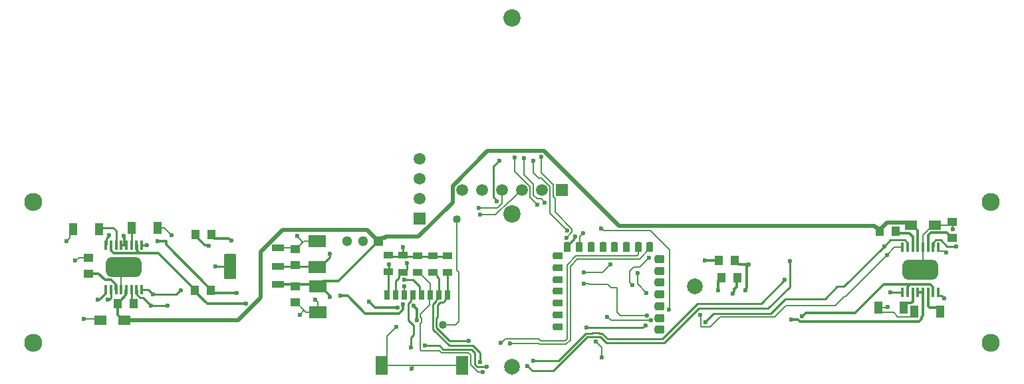
<source format=gbl>
G04*
G04 #@! TF.GenerationSoftware,Altium Limited,Altium Designer,21.3.2 (30)*
G04*
G04 Layer_Physical_Order=4*
G04 Layer_Color=16711680*
%FSLAX43Y43*%
%MOMM*%
G71*
G04*
G04 #@! TF.SameCoordinates,66AE08A6-6C82-4575-8D08-AF68D2AC6B58*
G04*
G04*
G04 #@! TF.FilePolarity,Positive*
G04*
G01*
G75*
%ADD15C,0.254*%
%ADD17C,0.203*%
%ADD24R,1.067X1.524*%
%ADD29R,1.270X1.016*%
%ADD31R,1.270X0.889*%
%ADD33R,1.016X1.270*%
%ADD70C,0.305*%
%ADD71C,0.508*%
%ADD72C,2.000*%
%ADD73C,1.300*%
%ADD74R,1.300X1.300*%
%ADD75C,2.200*%
%ADD76C,2.300*%
%ADD77C,2.300*%
%ADD78C,0.700*%
%ADD79C,1.500*%
%ADD80R,1.500X1.500*%
%ADD81R,1.500X1.500*%
%ADD82C,0.600*%
%ADD83C,1.016*%
G04:AMPARAMS|DCode=84|XSize=0.9mm|YSize=1.27mm|CornerRadius=0.225mm|HoleSize=0mm|Usage=FLASHONLY|Rotation=0.000|XOffset=0mm|YOffset=0mm|HoleType=Round|Shape=RoundedRectangle|*
%AMROUNDEDRECTD84*
21,1,0.900,0.820,0,0,0.0*
21,1,0.450,1.270,0,0,0.0*
1,1,0.450,0.225,-0.410*
1,1,0.450,-0.225,-0.410*
1,1,0.450,-0.225,0.410*
1,1,0.450,0.225,0.410*
%
%ADD84ROUNDEDRECTD84*%
G04:AMPARAMS|DCode=85|XSize=1mm|YSize=1.27mm|CornerRadius=0.25mm|HoleSize=0mm|Usage=FLASHONLY|Rotation=90.000|XOffset=0mm|YOffset=0mm|HoleType=Round|Shape=RoundedRectangle|*
%AMROUNDEDRECTD85*
21,1,1.000,0.770,0,0,90.0*
21,1,0.500,1.270,0,0,90.0*
1,1,0.500,0.385,0.250*
1,1,0.500,0.385,-0.250*
1,1,0.500,-0.385,-0.250*
1,1,0.500,-0.385,0.250*
%
%ADD85ROUNDEDRECTD85*%
G04:AMPARAMS|DCode=86|XSize=0.9mm|YSize=1.27mm|CornerRadius=0.225mm|HoleSize=0mm|Usage=FLASHONLY|Rotation=270.000|XOffset=0mm|YOffset=0mm|HoleType=Round|Shape=RoundedRectangle|*
%AMROUNDEDRECTD86*
21,1,0.900,0.820,0,0,270.0*
21,1,0.450,1.270,0,0,270.0*
1,1,0.450,-0.410,-0.225*
1,1,0.450,-0.410,0.225*
1,1,0.450,0.410,0.225*
1,1,0.450,0.410,-0.225*
%
%ADD86ROUNDEDRECTD86*%
%ADD87R,1.500X2.400*%
%ADD88R,0.800X1.300*%
G04:AMPARAMS|DCode=89|XSize=0.9mm|YSize=1.45mm|CornerRadius=0.05mm|HoleSize=0mm|Usage=FLASHONLY|Rotation=90.000|XOffset=0mm|YOffset=0mm|HoleType=Round|Shape=RoundedRectangle|*
%AMROUNDEDRECTD89*
21,1,0.900,1.351,0,0,90.0*
21,1,0.801,1.450,0,0,90.0*
1,1,0.099,0.676,0.401*
1,1,0.099,0.676,-0.401*
1,1,0.099,-0.676,-0.401*
1,1,0.099,-0.676,0.401*
%
%ADD89ROUNDEDRECTD89*%
G04:AMPARAMS|DCode=90|XSize=3.15mm|YSize=1.45mm|CornerRadius=0.051mm|HoleSize=0mm|Usage=FLASHONLY|Rotation=90.000|XOffset=0mm|YOffset=0mm|HoleType=Round|Shape=RoundedRectangle|*
%AMROUNDEDRECTD90*
21,1,3.150,1.349,0,0,90.0*
21,1,3.049,1.450,0,0,90.0*
1,1,0.102,0.674,1.524*
1,1,0.102,0.674,-1.524*
1,1,0.102,-0.674,-1.524*
1,1,0.102,-0.674,1.524*
%
%ADD90ROUNDEDRECTD90*%
G04:AMPARAMS|DCode=91|XSize=2.5mm|YSize=4.5mm|CornerRadius=0.625mm|HoleSize=0mm|Usage=FLASHONLY|Rotation=90.000|XOffset=0mm|YOffset=0mm|HoleType=Round|Shape=RoundedRectangle|*
%AMROUNDEDRECTD91*
21,1,2.500,3.250,0,0,90.0*
21,1,1.250,4.500,0,0,90.0*
1,1,1.250,1.625,0.625*
1,1,1.250,1.625,-0.625*
1,1,1.250,-1.625,-0.625*
1,1,1.250,-1.625,0.625*
%
%ADD91ROUNDEDRECTD91*%
G04:AMPARAMS|DCode=92|XSize=0.4mm|YSize=1.2mm|CornerRadius=0.05mm|HoleSize=0mm|Usage=FLASHONLY|Rotation=0.000|XOffset=0mm|YOffset=0mm|HoleType=Round|Shape=RoundedRectangle|*
%AMROUNDEDRECTD92*
21,1,0.400,1.100,0,0,0.0*
21,1,0.300,1.200,0,0,0.0*
1,1,0.100,0.150,-0.550*
1,1,0.100,-0.150,-0.550*
1,1,0.100,-0.150,0.550*
1,1,0.100,0.150,0.550*
%
%ADD92ROUNDEDRECTD92*%
%ADD93R,2.286X1.626*%
%ADD94R,1.575X1.219*%
D15*
X56070Y76022D02*
X56798Y76750D01*
X56800D01*
X56070Y72124D02*
Y76022D01*
Y72124D02*
X56500Y71694D01*
Y71600D02*
Y71694D01*
X106650Y60000D02*
X108150D01*
X113173Y59527D02*
X113475Y59225D01*
X112700Y59600D02*
X112773Y59527D01*
X113173D01*
X112700Y59600D02*
Y60000D01*
X44750Y61573D02*
X45827D01*
X46664Y60736D01*
X47355Y53163D02*
X49198D01*
X49648Y52713D01*
X45550Y54217D02*
X45879Y54547D01*
Y55771D01*
X45550Y52900D02*
Y54217D01*
X45220Y56430D02*
X45879Y55771D01*
X28675Y63300D02*
X33498D01*
X35250Y64418D02*
Y64850D01*
X33980Y63148D02*
X35250Y64418D01*
X33650Y63148D02*
X33980D01*
X20697Y63300D02*
X22525D01*
X15687Y59750D02*
X16187Y60250D01*
X12756Y59750D02*
X15687D01*
X16187Y60250D02*
X16280D01*
X13500Y58300D02*
X14550D01*
X13450Y58250D02*
X13500Y58300D01*
X42778Y64566D02*
X46456D01*
X83100Y56271D02*
X84107Y57278D01*
X83100Y56200D02*
Y56271D01*
X84107Y57278D02*
X91378D01*
X93250Y59150D01*
X93800Y60650D02*
Y63950D01*
X91050Y57900D02*
X93800Y60650D01*
X82200Y57900D02*
X91050D01*
X77800Y53500D02*
X82200Y57900D01*
X90150Y58550D02*
X93150Y61550D01*
X82051Y58550D02*
X90150D01*
X77551Y54050D02*
X82051Y58550D01*
X93250Y59150D02*
X98300D01*
X99850Y60700D01*
X100669D01*
X105810Y65840D01*
X108727Y65773D02*
Y66356D01*
X106596Y66627D02*
X108456D01*
X108727Y65773D02*
X108800Y65700D01*
X108456Y66627D02*
X108727Y66356D01*
X105810Y65840D02*
X106596Y66627D01*
X113833Y65800D02*
X114960D01*
X113006Y66627D02*
X113833Y65800D01*
X112394Y66627D02*
X113006D01*
X112050Y65700D02*
X112123Y65773D01*
Y66356D01*
X112394Y66627D01*
X67900Y55450D02*
X75056D01*
X75356Y55750D02*
X75450D01*
X75056Y55450D02*
X75356Y55750D01*
X68638Y54750D02*
X68660Y54772D01*
X69560D02*
X69582Y54750D01*
X68660Y54772D02*
X69560D01*
X69582Y54750D02*
X69900D01*
X68828Y54293D02*
X68849Y54315D01*
X69371D02*
X69393Y54293D01*
X63696Y49950D02*
X68039Y54293D01*
X69393D02*
X69657D01*
X67850Y54750D02*
X68638D01*
X69657Y54293D02*
X70450Y53500D01*
X68039Y54293D02*
X68828D01*
X64350Y51250D02*
X67850Y54750D01*
X69900D02*
X70600Y54050D01*
X68849Y54315D02*
X69371D01*
X61154Y51250D02*
X64350D01*
X61050Y49950D02*
X63696D01*
X70450Y53500D02*
X77800D01*
X70600Y54050D02*
X77551D01*
X60412Y50588D02*
X61050Y49950D01*
X61112Y51208D02*
X61154Y51250D01*
X66434Y67034D02*
X66500Y67100D01*
X66434Y66819D02*
Y67034D01*
X65500Y65885D02*
X66434Y66819D01*
X50437Y53170D02*
X53430D01*
X48801Y56665D02*
X48950Y56814D01*
X48344Y55264D02*
X50437Y53170D01*
X48801Y55453D02*
Y56665D01*
Y55453D02*
X50453Y53800D01*
X52900D01*
X48344Y56854D02*
X48350Y56860D01*
X48344Y55264D02*
Y56854D01*
X48350Y56860D02*
Y58451D01*
X48950Y56814D02*
Y58363D01*
X49260Y58673D01*
X49672D01*
X49864Y58865D02*
Y59027D01*
X49672Y58673D02*
X49864Y58865D01*
Y59027D02*
X50237Y59400D01*
Y59650D01*
X49137Y59400D02*
Y61733D01*
X48764Y58865D02*
Y59027D01*
X49137Y59400D01*
X48350Y58451D02*
X48764Y58865D01*
X44576Y64616D02*
Y65726D01*
X46664Y59923D02*
Y60736D01*
Y59923D02*
X46937Y59650D01*
X45049Y63700D02*
X45081Y63668D01*
X44576Y62584D02*
X44827D01*
X44449D02*
X44576D01*
X44827D02*
X45081Y62838D01*
Y63668D01*
X45049Y63700D02*
X45081Y63732D01*
X48335Y64566D02*
X50215D01*
X46456D02*
X48335D01*
X42696Y64648D02*
X42778Y64566D01*
X50215Y59671D02*
Y62534D01*
Y59671D02*
X50237Y59650D01*
X48335Y62534D02*
X48462D01*
X48843Y62153D01*
Y62026D02*
Y62153D01*
Y62026D02*
X49137Y61733D01*
X43637Y59650D02*
Y61437D01*
X44068Y61868D01*
Y62203D02*
X44449Y62584D01*
X44068Y61868D02*
Y62203D01*
X42696Y59802D02*
Y62616D01*
X42530Y59636D02*
X42696Y59802D01*
X42750Y62670D02*
Y63500D01*
X42696Y62616D02*
X42750Y62670D01*
X45564Y59377D02*
X45837Y59650D01*
X45564Y58864D02*
Y59377D01*
X45220Y58520D02*
X45564Y58864D01*
X45220Y56430D02*
Y58520D01*
X49648Y52713D02*
X53241D01*
X54049Y50450D02*
X55200D01*
X53718Y50781D02*
X54049Y50450D01*
X53718Y50781D02*
Y52236D01*
X53241Y52713D02*
X53718Y52236D01*
X53430Y53170D02*
X54348Y52252D01*
Y51080D02*
Y52252D01*
X33498Y63300D02*
X33650Y63148D01*
X12450Y58250D02*
X13450D01*
X12695Y59689D02*
X12756Y59750D01*
X11275Y60300D02*
X12084D01*
X12695Y59689D01*
X5766Y59116D02*
X5941D01*
X6725Y59900D02*
Y60300D01*
X5941Y59116D02*
X6725Y59900D01*
X5700Y59050D02*
X5766Y59116D01*
X11430Y59270D02*
X12450Y58250D01*
X11067Y59270D02*
X11430D01*
X10698Y59639D02*
X11067Y59270D01*
X10698Y59639D02*
Y60227D01*
X10625Y60300D02*
X10698Y60227D01*
X7000Y59000D02*
X7100D01*
X7375Y59275D01*
Y60300D01*
X9975Y58757D02*
Y60300D01*
Y58757D02*
X10232Y58500D01*
X6798Y66073D02*
Y66804D01*
X6725Y66000D02*
X6798Y66073D01*
Y66804D02*
X7150Y67156D01*
Y67250D01*
X11275Y66000D02*
X11950D01*
X9975Y68023D02*
X10152Y68200D01*
X9975Y66000D02*
Y68023D01*
X5948Y68200D02*
X7650D01*
X5748Y68000D02*
X5948Y68200D01*
X8025Y66000D02*
Y67825D01*
X7650Y68200D02*
X8025Y67825D01*
X65500Y65700D02*
Y65885D01*
D17*
X54200Y70751D02*
X56551D01*
X57150Y71350D01*
Y73000D01*
X54401Y69850D02*
X56363D01*
X58077Y71564D01*
X45800Y50650D02*
X52110D01*
X41850D02*
X45800D01*
X45651Y50301D02*
X45800Y50450D01*
X45651Y50221D02*
Y50301D01*
X45800Y50450D02*
Y50650D01*
X69800Y68070D02*
X69897D01*
X70126Y67841D02*
X76040D01*
X69897Y68070D02*
X70126Y67841D01*
X76040D02*
X78514Y65367D01*
X114550Y68022D02*
Y68882D01*
X114450Y68982D02*
X114550Y68882D01*
X106250Y58050D02*
X106300Y58100D01*
X105150Y58050D02*
X106250D01*
X67553Y62520D02*
X67573Y62500D01*
X69950D01*
X67553Y61100D02*
X67602Y61052D01*
X68260Y60950D02*
X70651D01*
X67602Y61052D02*
X68158D01*
X68260Y60950D01*
X69950Y62500D02*
X70950Y63500D01*
X44737Y59650D02*
Y60752D01*
X33350Y59050D02*
X33700Y58700D01*
Y57450D02*
Y58700D01*
X46750Y56805D02*
Y57200D01*
Y56805D02*
X46905Y56651D01*
X31713Y66237D02*
X31927Y66450D01*
X30927Y65450D02*
X31713Y66237D01*
X31097Y67072D02*
Y67193D01*
Y67072D02*
X31713Y66455D01*
Y66237D02*
Y66455D01*
X31972Y57673D02*
X32195Y57450D01*
X30977Y58668D02*
X31972Y57673D01*
X31395Y57096D02*
X31396D01*
X31972Y57673D01*
X3950Y56550D02*
X5900D01*
X6000Y56450D01*
X1700Y66450D02*
X2167Y66917D01*
Y67467D02*
X2700Y68000D01*
X2167Y66917D02*
Y67467D01*
X2905Y64000D02*
X3305Y64400D01*
X4500D01*
X2850Y64000D02*
X2905D01*
X14150Y68200D02*
X15100Y67250D01*
X13200Y68200D02*
X14150D01*
X32195Y57450D02*
X33700D01*
X30850Y58668D02*
X30977D01*
X42498Y54348D02*
X43700Y55550D01*
X42498Y51298D02*
Y54348D01*
X41850Y50650D02*
X42498Y51298D01*
X30650Y65600D02*
X30800Y65450D01*
X28675Y65600D02*
X30650D01*
X31927Y66450D02*
X33650D01*
X30800Y65450D02*
X30927D01*
X51450Y62759D02*
Y69300D01*
Y62759D02*
X51650Y62559D01*
Y56237D02*
Y62559D01*
X83700Y55550D02*
X84950Y56800D01*
X82588Y55550D02*
X83700D01*
X82469Y55669D02*
Y57061D01*
Y55669D02*
X82588Y55550D01*
X84950Y56800D02*
X91850D01*
X82400Y57130D02*
X82469Y57061D01*
X93350Y58300D02*
X95600D01*
X95650Y58250D01*
X91850Y56800D02*
X93350Y58300D01*
X105150Y57720D02*
X105480Y57390D01*
X107585Y56800D02*
X109100D01*
X105150Y57720D02*
Y58050D01*
X105480Y57390D02*
X106995D01*
X107585Y56800D01*
X109267Y56840D02*
X109800Y57373D01*
X109140Y56840D02*
X109267D01*
X109800Y57373D02*
Y57500D01*
X109100Y56800D02*
X109140Y56840D01*
X113891Y68550D02*
X114323Y68982D01*
X114450D01*
X112250Y68550D02*
X113891D01*
X95650Y58250D02*
X99550D01*
X100800Y59500D01*
X100950D01*
X106200Y64750D01*
X110425Y63619D02*
X110750Y63944D01*
Y65700D01*
X110425Y63485D02*
Y63619D01*
X107150Y65700D02*
X108150D01*
X106200Y64750D02*
X107150Y65700D01*
X113648Y65252D02*
X113812Y65088D01*
X113762D02*
X113812D01*
X112798Y65252D02*
X113648D01*
X112700Y65350D02*
X112798Y65252D01*
X112700Y65350D02*
Y65700D01*
X112650Y65650D02*
X112700Y65700D01*
X110750Y67228D02*
X112072Y68550D01*
X110750Y65700D02*
Y67228D01*
X112072Y68550D02*
X112250D01*
X58214Y71564D02*
X59650Y73000D01*
X59690D01*
X58077Y71564D02*
X58214D01*
X70651Y60950D02*
X71051Y60550D01*
X71850D01*
X78514Y57755D02*
Y65367D01*
X75533Y57043D02*
X75576Y57000D01*
X71850Y57400D02*
Y60550D01*
Y57400D02*
X72207Y57043D01*
X75533D01*
X75576Y57000D02*
X75618Y57043D01*
X71020Y56400D02*
X76100D01*
X70570Y56850D02*
X71020Y56400D01*
X78454Y57757D02*
X78460Y57751D01*
X78510D01*
X78514Y57755D01*
X67000Y65700D02*
X67105Y65805D01*
Y67047D02*
X67529Y67471D01*
X67105Y65805D02*
Y67047D01*
X67529Y67471D02*
Y67479D01*
X69898Y51666D02*
X69901Y51663D01*
X69110Y53684D02*
X69128D01*
X69898Y51666D02*
Y52914D01*
X69128Y53684D02*
X69898Y52914D01*
X61145Y75205D02*
Y76702D01*
Y75205D02*
X61800Y74550D01*
X62150Y75200D02*
Y77216D01*
Y75200D02*
X63700Y73650D01*
X62172Y74550D02*
X63285Y73437D01*
X63700Y72139D02*
X63950Y71889D01*
X63700Y72139D02*
Y73650D01*
X63950Y70200D02*
Y71889D01*
X63285Y71761D02*
Y73437D01*
X61800Y74550D02*
X62172D01*
X63250Y70050D02*
Y71726D01*
X63285Y71761D01*
X63950Y70200D02*
X66100Y68050D01*
X63250Y70050D02*
X65445Y67855D01*
Y67850D02*
Y67855D01*
X66100Y67650D02*
Y68050D01*
X65350Y66900D02*
X66100Y67650D01*
X60000Y74950D02*
Y77100D01*
Y74950D02*
X61175Y73775D01*
X60745Y72083D02*
Y73437D01*
X60127Y74055D02*
X60745Y73437D01*
X61175Y72349D02*
X61648Y71876D01*
X61175Y72349D02*
Y73775D01*
X58800Y75382D02*
X60127Y74055D01*
X60745Y72083D02*
X61664Y71164D01*
X60127Y74055D02*
X60127D01*
X62124Y71876D02*
X62610Y71390D01*
X61648Y71876D02*
X62124D01*
X58800Y75382D02*
Y77150D01*
X51224Y55811D02*
X51650Y56237D01*
X49650Y55811D02*
X51224D01*
X49639Y55800D02*
X49650Y55811D01*
X47918Y59532D02*
X48037Y59650D01*
X46750Y57200D02*
X47918Y58368D01*
Y59532D01*
X48037Y59650D02*
Y61080D01*
X46583Y62534D02*
X48037Y61080D01*
X46456Y62534D02*
X46583D01*
X46750Y52677D02*
Y55995D01*
X46905Y56149D01*
X46750Y52677D02*
X46869Y52558D01*
X46905Y56149D02*
Y56651D01*
X46869Y52558D02*
X49192D01*
X49500Y52250D02*
X52887D01*
X49192Y52558D02*
X49500Y52250D01*
X52887D02*
X53162Y51975D01*
Y50727D02*
Y51975D01*
Y50727D02*
X54102Y49786D01*
X54747D01*
X61821Y54057D02*
X62054Y53824D01*
X57607Y54057D02*
X61821D01*
X57051Y53501D02*
X57607Y54057D01*
X62054Y53824D02*
X65226D01*
X58206Y53452D02*
X61851D01*
X61942Y53362D01*
X57007Y53501D02*
X57051D01*
X74346Y64606D02*
X74500Y64760D01*
X66582Y64606D02*
X74346D01*
X65444Y63468D02*
X66582Y64606D01*
X65226Y53824D02*
X65444Y54041D01*
X74500Y64760D02*
Y65700D01*
X65444Y54041D02*
Y63468D01*
X61942Y53362D02*
X65338D01*
X65850Y53873D01*
X76000Y65515D02*
Y65700D01*
X74685Y64200D02*
X76000Y65515D01*
X66750Y64200D02*
X74685D01*
X65850Y63300D02*
X66750Y64200D01*
X65850Y53873D02*
Y63300D01*
X73450Y62700D02*
X73950Y63200D01*
X74700D01*
X73450Y61211D02*
Y62700D01*
X74700Y63200D02*
X75850Y64350D01*
X73750Y60893D02*
Y60911D01*
X73450Y61211D02*
X73750Y60911D01*
X74400Y61052D02*
Y62450D01*
Y61052D02*
X75564Y59889D01*
X8675Y62825D02*
X9000Y63150D01*
X8675Y60300D02*
Y62825D01*
D24*
X5850Y68000D02*
D03*
X2598D02*
D03*
X108300Y58050D02*
D03*
X105048D02*
D03*
X10050Y68200D02*
D03*
X13302D02*
D03*
X112950Y57500D02*
D03*
X109698D02*
D03*
D29*
X114450Y66950D02*
D03*
Y68982D02*
D03*
X30800Y63418D02*
D03*
Y65450D02*
D03*
X30850Y60700D02*
D03*
Y58668D02*
D03*
X4500Y64400D02*
D03*
Y62368D02*
D03*
D31*
X44576Y64679D02*
D03*
Y62521D02*
D03*
X42696Y64712D02*
D03*
Y62553D02*
D03*
X50215Y64630D02*
D03*
Y62471D02*
D03*
X48335Y64630D02*
D03*
Y62471D02*
D03*
X46456Y64630D02*
D03*
Y62471D02*
D03*
D33*
X84768Y64050D02*
D03*
X86800D02*
D03*
X87100Y61800D02*
D03*
X85068D02*
D03*
X20100Y60200D02*
D03*
X18068D02*
D03*
X18150Y67300D02*
D03*
X20182D02*
D03*
X107250Y67800D02*
D03*
X105218D02*
D03*
X8200Y58500D02*
D03*
X10232D02*
D03*
D70*
X36362Y61412D02*
X41450Y66500D01*
X34360Y61412D02*
X36362D01*
X30850Y60700D02*
Y61000D01*
X33700Y60752D02*
X33783Y60835D01*
X34360Y61412D01*
X30850Y61000D02*
X33617D01*
X20400Y59900D02*
X23400D01*
X20100Y60200D02*
X20400Y59900D01*
X18068Y60073D02*
Y60200D01*
Y60073D02*
X19641Y58500D01*
X24543D01*
X46294Y56407D02*
X46300Y56401D01*
X46293Y56407D02*
X46294D01*
X45896Y58224D02*
X46293Y57827D01*
Y56407D02*
Y57827D01*
X45896Y58224D02*
Y58304D01*
X44556Y58428D02*
X44590Y58462D01*
X44556Y57778D02*
Y58428D01*
X44027Y57250D02*
X44556Y57778D01*
X39750Y57250D02*
X44027D01*
X37488Y59512D02*
X39750Y57250D01*
X36612Y59512D02*
X37488D01*
X22620Y66563D02*
X22700D01*
X22366Y66817D02*
X22620Y66563D01*
X20538Y66817D02*
X22366D01*
X14400Y66027D02*
X20100Y60327D01*
Y60200D02*
Y60327D01*
X14400Y66027D02*
Y66500D01*
X13395Y65000D02*
X18068Y60327D01*
X11006Y65000D02*
X13395D01*
X18068Y60200D02*
Y60327D01*
X20182Y67173D02*
X20538Y66817D01*
X20182Y67173D02*
Y67300D01*
X18150Y67173D02*
X19359Y65964D01*
X19801D02*
X19857Y65907D01*
X18150Y67173D02*
Y67300D01*
X19359Y65964D02*
X19801D01*
X87050Y61750D02*
X87100Y61800D01*
X86750Y60358D02*
X87050Y60658D01*
Y61750D01*
X86550Y59880D02*
X86750Y60080D01*
Y60358D01*
X86550Y59800D02*
Y59880D01*
X88350Y60530D02*
Y63270D01*
X88150Y60330D02*
X88350Y60530D01*
Y63270D02*
X88550Y63470D01*
Y63550D01*
X88150Y60250D02*
Y60330D01*
X94815Y56519D02*
X95078Y56256D01*
X94031Y56519D02*
X94815D01*
X95078Y56256D02*
X110248D01*
X110584Y56592D01*
X95869Y57350D02*
X102150D01*
X95430Y56911D02*
X95869Y57350D01*
X95350Y56911D02*
X95430D01*
X84712Y61444D02*
X85068Y61800D01*
X84712Y60212D02*
Y61444D01*
X84700Y60200D02*
X84712Y60212D01*
X83018Y64050D02*
X84768D01*
X87300Y63550D02*
X88550D01*
X87283Y63567D02*
X87300Y63550D01*
X86800Y63923D02*
Y64050D01*
Y63923D02*
X87156Y63567D01*
X87283D01*
X107250Y67800D02*
X107550Y67500D01*
X107582D01*
X109450Y65700D02*
Y67050D01*
X109000Y67500D02*
X109450Y67050D01*
X107582Y67500D02*
X109000D01*
X28675Y61000D02*
X30850D01*
X102150Y57350D02*
X105752Y60952D01*
X109133D01*
X110584Y56592D02*
Y56834D01*
X110750Y57000D01*
Y60000D01*
X112848Y57500D02*
X112898D01*
X111400Y58188D02*
Y60000D01*
Y58188D02*
X111579Y58010D01*
X112619D01*
X112898Y57730D01*
Y57500D02*
Y57730D01*
X109271Y58614D02*
X109450Y58793D01*
X108665Y58614D02*
X109271D01*
X108349Y58299D02*
X108665Y58614D01*
X109450Y58793D02*
Y60000D01*
X108198Y58050D02*
X108349Y58201D01*
Y58299D01*
X108800Y60000D02*
X108848Y60048D01*
Y60667D01*
X109133Y60952D01*
X111717D01*
X112002Y60667D01*
Y60048D02*
Y60667D01*
Y60048D02*
X112050Y60000D01*
X110100D02*
X110750D01*
X111400Y65700D02*
Y67232D01*
X111756Y67588D01*
X113967Y67306D02*
X114323Y66950D01*
X113183Y67588D02*
X113195Y67600D01*
X113789D02*
X113967Y67421D01*
X114323Y66950D02*
X114450D01*
X111756Y67588D02*
X113183D01*
X113967Y67306D02*
Y67421D01*
X113195Y67600D02*
X113789D01*
X109202Y68550D02*
X109380D01*
X110100Y65700D02*
Y67830D01*
X109380Y68550D02*
X110100Y67830D01*
X40257Y58776D02*
X40983Y58050D01*
X43900D01*
X33783Y60835D02*
X33865Y60752D01*
X33617Y61000D02*
X33783Y60835D01*
X33865Y60752D02*
X34030D01*
X35194Y59589D01*
Y59456D02*
Y59589D01*
Y59456D02*
X35250Y59400D01*
X8200Y57120D02*
X8870Y56450D01*
X8200Y57120D02*
Y58500D01*
X5779Y62368D02*
X6600Y61548D01*
X4500Y62368D02*
X5779D01*
X7977Y60348D02*
X8025Y60300D01*
X7977Y60348D02*
Y60967D01*
X7396Y61548D02*
X7977Y60967D01*
X6600Y61548D02*
X7396D01*
X9277Y59633D02*
Y60252D01*
X8627Y58983D02*
X9277Y59633D01*
X8556Y58983D02*
X8627D01*
X8200Y58627D02*
X8556Y58983D01*
X8200Y58500D02*
Y58627D01*
X9277Y60252D02*
X9325Y60300D01*
X8675Y66000D02*
X9050D01*
Y67100D01*
X13350Y66500D02*
X14400D01*
X9000Y67150D02*
X9050Y67100D01*
X7756Y65000D02*
X11006D01*
X10673Y65333D02*
Y65952D01*
Y65333D02*
X11006Y65000D01*
X10625Y66000D02*
X10673Y65952D01*
X7423Y65333D02*
X7756Y65000D01*
X7375Y66000D02*
X7423Y65952D01*
Y65333D02*
Y65952D01*
D71*
X72100Y68400D02*
X104618D01*
X105218Y67800D02*
Y67927D01*
X104837Y68181D02*
X104964D01*
X62527Y77973D02*
X72100Y68400D01*
X104964Y68181D02*
X105218Y67927D01*
X104618Y68400D02*
X104837Y68181D01*
X55336Y77973D02*
X62527D01*
X41450Y66500D02*
X41846Y66896D01*
X42236D01*
X42390Y67050D01*
X8870Y56450D02*
X23564D01*
X39999Y67951D02*
X41450Y66500D01*
X29238Y67951D02*
X39999D01*
X26401Y65114D02*
X29238Y67951D01*
X26401Y59287D02*
Y65114D01*
X23564Y56450D02*
X26401Y59287D01*
X42390Y67050D02*
X46477D01*
X50863Y71436D01*
Y73500D01*
X55336Y77973D01*
X108863Y68889D02*
X109202Y68550D01*
X106180Y68889D02*
X108863D01*
X105218Y67927D02*
X106180Y68889D01*
X105218Y67800D02*
Y67927D01*
D72*
X81750Y60750D02*
D03*
X58400Y50450D02*
D03*
D73*
X37450Y66500D02*
D03*
X39450D02*
D03*
D74*
X41450D02*
D03*
D75*
X58450Y94950D02*
D03*
Y69950D02*
D03*
D76*
X119400Y71500D02*
D03*
Y53500D02*
D03*
D77*
X-2500D02*
D03*
Y71500D02*
D03*
D78*
X109028Y63485D02*
D03*
Y62215D02*
D03*
X110425Y63485D02*
D03*
Y62215D02*
D03*
X111949Y63485D02*
D03*
Y62342D02*
D03*
X10397Y62515D02*
D03*
Y63785D02*
D03*
X9000Y62515D02*
D03*
Y63785D02*
D03*
X7476Y62515D02*
D03*
Y63658D02*
D03*
D79*
X46650Y76990D02*
D03*
Y74450D02*
D03*
Y71910D02*
D03*
X62230Y73000D02*
D03*
X59690D02*
D03*
X57150D02*
D03*
X54610D02*
D03*
X52070D02*
D03*
D80*
X46650Y69370D02*
D03*
D81*
X64770Y73000D02*
D03*
D82*
X56800Y76750D02*
D03*
X56500Y71600D02*
D03*
X54401Y69850D02*
D03*
X45651Y50221D02*
D03*
X106650Y60000D02*
D03*
X113475Y59225D02*
D03*
X114550Y68022D02*
D03*
X106300Y58100D02*
D03*
X67553Y62520D02*
D03*
Y61100D02*
D03*
X44737Y60752D02*
D03*
X44750Y61573D02*
D03*
X33350Y59050D02*
D03*
X47355Y53163D02*
D03*
X45550Y52900D02*
D03*
X23400Y59900D02*
D03*
X24543Y58500D02*
D03*
X31097Y67193D02*
D03*
X35250Y64850D02*
D03*
X31395Y57096D02*
D03*
X20697Y63300D02*
D03*
X3950Y56550D02*
D03*
X1700Y66450D02*
D03*
X2850Y64000D02*
D03*
X15100Y67250D02*
D03*
X46300Y56401D02*
D03*
X45896Y58304D02*
D03*
X44590Y58462D02*
D03*
X36612Y59512D02*
D03*
X22700Y66563D02*
D03*
X16280Y60250D02*
D03*
X14550Y58300D02*
D03*
X19857Y65907D02*
D03*
X43700Y55550D02*
D03*
X83100Y56200D02*
D03*
X82400Y57130D02*
D03*
X93800Y63950D02*
D03*
X93150Y61550D02*
D03*
X86550Y59800D02*
D03*
X88150Y60250D02*
D03*
X94031Y56519D02*
D03*
X95350Y56911D02*
D03*
X84700Y60200D02*
D03*
X83018Y64050D02*
D03*
X88550Y63550D02*
D03*
X105810Y65840D02*
D03*
X114960Y65800D02*
D03*
X106200Y64750D02*
D03*
X113762Y65088D02*
D03*
X54200Y70751D02*
D03*
X75618Y57043D02*
D03*
X76100Y56400D02*
D03*
X75450Y55750D02*
D03*
X78454Y57757D02*
D03*
X67529Y67479D02*
D03*
X69800Y68070D02*
D03*
X70950Y63500D02*
D03*
X70570Y56850D02*
D03*
X67900Y55450D02*
D03*
X69901Y51663D02*
D03*
X69110Y53684D02*
D03*
X60412Y50588D02*
D03*
X61112Y51208D02*
D03*
X61145Y76702D02*
D03*
X62150Y77216D02*
D03*
X65445Y67850D02*
D03*
X66500Y67100D02*
D03*
X65350Y66900D02*
D03*
X60000Y77100D02*
D03*
X61664Y71164D02*
D03*
X62610Y71390D02*
D03*
X58800Y77150D02*
D03*
X44576Y65726D02*
D03*
X45081Y63732D02*
D03*
X42750Y63500D02*
D03*
X40257Y58776D02*
D03*
X54747Y49786D02*
D03*
X54348Y51080D02*
D03*
X55200Y50450D02*
D03*
X52900Y53800D02*
D03*
X58206Y53452D02*
D03*
X57007Y53501D02*
D03*
X74400Y62450D02*
D03*
X75564Y59889D02*
D03*
X73750Y60893D02*
D03*
X75850Y64350D02*
D03*
X43900Y58050D02*
D03*
X35250Y59400D02*
D03*
X12695Y59689D02*
D03*
X5700Y59050D02*
D03*
X12450Y58250D02*
D03*
X7000Y59000D02*
D03*
X7150Y67250D02*
D03*
X11950Y66000D02*
D03*
X13350Y66500D02*
D03*
X9000Y67150D02*
D03*
D83*
X51450Y69300D02*
D03*
X49639Y55800D02*
D03*
D84*
X65500Y65700D02*
D03*
X67000D02*
D03*
X68500D02*
D03*
X70000D02*
D03*
X71500D02*
D03*
X73000D02*
D03*
X74500D02*
D03*
X76000D02*
D03*
D85*
X77250Y55200D02*
D03*
Y56700D02*
D03*
Y58200D02*
D03*
Y59700D02*
D03*
Y61200D02*
D03*
Y62700D02*
D03*
Y64200D02*
D03*
D86*
X64250Y64600D02*
D03*
Y63100D02*
D03*
Y61600D02*
D03*
Y60100D02*
D03*
Y58600D02*
D03*
Y57100D02*
D03*
Y55600D02*
D03*
D87*
X52110Y50650D02*
D03*
X41850D02*
D03*
D88*
X50237Y59650D02*
D03*
X48037D02*
D03*
X49137D02*
D03*
X46937D02*
D03*
X45837D02*
D03*
X44737D02*
D03*
X43637D02*
D03*
X42530Y59636D02*
D03*
D89*
X28675Y65600D02*
D03*
Y63300D02*
D03*
Y61000D02*
D03*
D90*
X22525Y63300D02*
D03*
D91*
X110425Y62850D02*
D03*
X9000Y63150D02*
D03*
D92*
X112700Y60000D02*
D03*
X112050D02*
D03*
X111400D02*
D03*
X110750D02*
D03*
X110100D02*
D03*
X109450D02*
D03*
X108800D02*
D03*
X108150D02*
D03*
X112700Y65700D02*
D03*
X112050D02*
D03*
X111400D02*
D03*
X110750D02*
D03*
X110100D02*
D03*
X109450D02*
D03*
X108800D02*
D03*
X108150D02*
D03*
X6725Y66000D02*
D03*
X7375D02*
D03*
X8025D02*
D03*
X9975D02*
D03*
X10625D02*
D03*
X11275D02*
D03*
X6725Y60300D02*
D03*
X7375D02*
D03*
X8025D02*
D03*
X8675D02*
D03*
X9325D02*
D03*
X9975D02*
D03*
X10625D02*
D03*
X11275D02*
D03*
X9325Y66000D02*
D03*
X8675D02*
D03*
D93*
X33650Y63148D02*
D03*
Y66450D02*
D03*
X33700Y60752D02*
D03*
Y57450D02*
D03*
D94*
X109202Y68550D02*
D03*
X112250D02*
D03*
X9048Y56450D02*
D03*
X6000D02*
D03*
M02*

</source>
